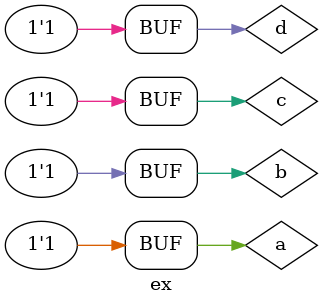
<source format=v>
`timescale 1ns / 1ns
`include "filename.v"

module ex();
    reg a, b, c, d;
    wire f,g;
    classname example(a, b, c, d, f ,g);
    
    // Test sequence
    initial begin
        $dumpfile("test_bench_for_4.vcd");
        $dumpvars(0, ex);
        
        a = 1'b0; b = 1'b0; c = 1'b0; d = 1'b0; #20;
        a = 1'b0; b = 1'b0; c = 1'b0; d = 1'b1; #20;
        a = 1'b0; b = 1'b0; c = 1'b1; d = 1'b0; #20;
        a = 1'b0; b = 1'b0; c = 1'b1; d = 1'b1; #20;
        a = 1'b0; b = 1'b1; c = 1'b0; d = 1'b0; #20;
        a = 1'b0; b = 1'b1; c = 1'b0; d = 1'b1; #20;
        a = 1'b0; b = 1'b1; c = 1'b1; d = 1'b0; #20;
        a = 1'b0; b = 1'b1; c = 1'b1; d = 1'b1; #20;
        a = 1'b1; b = 1'b0; c = 1'b0; d = 1'b0; #20;
        a = 1'b1; b = 1'b0; c = 1'b0; d = 1'b1; #20;
        a = 1'b1; b = 1'b0; c = 1'b1; d = 1'b0; #20;
        a = 1'b1; b = 1'b0; c = 1'b1; d = 1'b1; #20;
        a = 1'b1; b = 1'b1; c = 1'b0; d = 1'b0; #20;
        a = 1'b1; b = 1'b1; c = 1'b0; d = 1'b1; #20;
        a = 1'b1; b = 1'b1; c = 1'b1; d = 1'b0; #20;
        a = 1'b1; b = 1'b1; c = 1'b1; d = 1'b1; #20;
        
        $display("Test complete");
    end
endmodule


</source>
